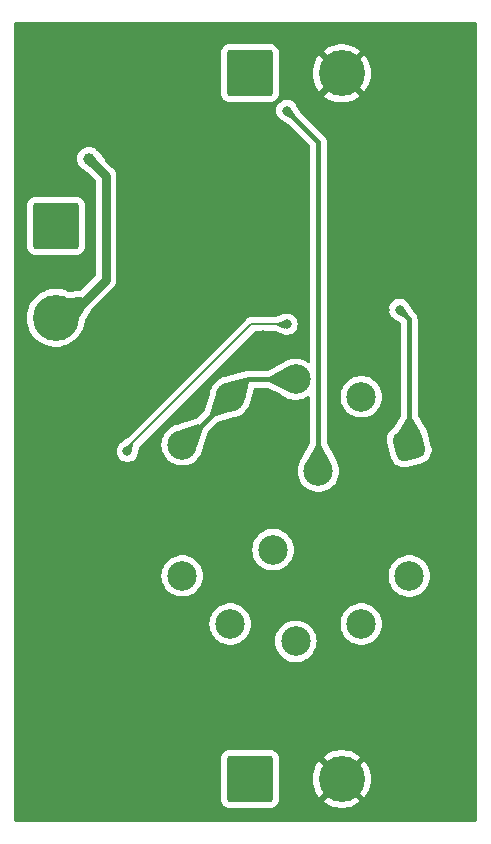
<source format=gbr>
%TF.GenerationSoftware,KiCad,Pcbnew,7.0.10*%
%TF.CreationDate,2024-06-24T21:04:25-04:00*%
%TF.ProjectId,nulldetector,6e756c6c-6465-4746-9563-746f722e6b69,rev?*%
%TF.SameCoordinates,Original*%
%TF.FileFunction,Copper,L2,Bot*%
%TF.FilePolarity,Positive*%
%FSLAX46Y46*%
G04 Gerber Fmt 4.6, Leading zero omitted, Abs format (unit mm)*
G04 Created by KiCad (PCBNEW 7.0.10) date 2024-06-24 21:04:25*
%MOMM*%
%LPD*%
G01*
G04 APERTURE LIST*
G04 Aperture macros list*
%AMRoundRect*
0 Rectangle with rounded corners*
0 $1 Rounding radius*
0 $2 $3 $4 $5 $6 $7 $8 $9 X,Y pos of 4 corners*
0 Add a 4 corners polygon primitive as box body*
4,1,4,$2,$3,$4,$5,$6,$7,$8,$9,$2,$3,0*
0 Add four circle primitives for the rounded corners*
1,1,$1+$1,$2,$3*
1,1,$1+$1,$4,$5*
1,1,$1+$1,$6,$7*
1,1,$1+$1,$8,$9*
0 Add four rect primitives between the rounded corners*
20,1,$1+$1,$2,$3,$4,$5,0*
20,1,$1+$1,$4,$5,$6,$7,0*
20,1,$1+$1,$6,$7,$8,$9,0*
20,1,$1+$1,$8,$9,$2,$3,0*%
G04 Aperture macros list end*
%TA.AperFunction,ComponentPad*%
%ADD10RoundRect,0.250002X-1.699998X-1.699998X1.699998X-1.699998X1.699998X1.699998X-1.699998X1.699998X0*%
%TD*%
%TA.AperFunction,ComponentPad*%
%ADD11C,3.900000*%
%TD*%
%TA.AperFunction,ComponentPad*%
%ADD12RoundRect,0.250002X-1.699998X1.699998X-1.699998X-1.699998X1.699998X-1.699998X1.699998X1.699998X0*%
%TD*%
%TA.AperFunction,ComponentPad*%
%ADD13RoundRect,0.625000X0.441942X0.765466X-0.765466X0.441942X-0.441942X-0.765466X0.765466X-0.441942X0*%
%TD*%
%TA.AperFunction,ComponentPad*%
%ADD14C,2.500000*%
%TD*%
%TA.AperFunction,ViaPad*%
%ADD15C,1.000000*%
%TD*%
%TA.AperFunction,ViaPad*%
%ADD16C,0.800000*%
%TD*%
%TA.AperFunction,Conductor*%
%ADD17C,0.750000*%
%TD*%
%TA.AperFunction,Conductor*%
%ADD18C,0.200000*%
%TD*%
%TA.AperFunction,Conductor*%
%ADD19C,0.400000*%
%TD*%
G04 APERTURE END LIST*
D10*
%TO.P,J2,1,Pin_1*%
%TO.N,/output*%
X145350000Y-85750000D03*
D11*
%TO.P,J2,2,Pin_2*%
%TO.N,GND*%
X153150000Y-85750000D03*
%TD*%
D10*
%TO.P,J1,1,Pin_1*%
%TO.N,/IN*%
X145350000Y-145500000D03*
D11*
%TO.P,J1,2,Pin_2*%
%TO.N,GND*%
X153150000Y-145500000D03*
%TD*%
D12*
%TO.P,BT1,1,+*%
%TO.N,+BATT*%
X128942000Y-98658000D03*
D11*
%TO.P,BT1,2,-*%
%TO.N,-BATT*%
X128942000Y-106458000D03*
%TD*%
D13*
%TO.P,SW1,1*%
%TO.N,Net-(R13-Pad1)*%
X158861914Y-117203253D03*
D14*
%TO.P,SW1,2*%
%TO.N,Net-(R11-Pad1)*%
X154800788Y-113135753D03*
%TO.P,SW1,3*%
%TO.N,Net-(R10-Pad1)*%
X149247667Y-111652464D03*
%TO.P,SW1,4*%
X143703253Y-113138086D03*
%TO.P,SW1,5*%
X139635753Y-117199212D03*
%TO.P,SW1,6*%
%TO.N,/IN*%
X139638086Y-128296747D03*
%TO.P,SW1,7*%
X143699212Y-132364247D03*
%TO.P,SW1,8*%
%TO.N,Net-(R1-Pad2)*%
X149252333Y-133847536D03*
%TO.P,SW1,9*%
%TO.N,Net-(R2-Pad2)*%
X154796747Y-132361914D03*
%TO.P,SW1,10*%
%TO.N,Net-(R3-Pad2)*%
X158864247Y-128300788D03*
%TO.P,SW1,11,A*%
%TO.N,/output*%
X151173330Y-119418694D03*
%TO.P,SW1,12,B*%
%TO.N,Net-(SW1B-B)*%
X147326670Y-126081306D03*
%TD*%
D15*
%TO.N,-BATT*%
X131750000Y-93000000D03*
%TO.N,GND*%
X138000000Y-108000000D03*
D16*
X155750000Y-109750000D03*
D15*
X142500000Y-108000000D03*
D16*
X163750000Y-82250000D03*
X163750000Y-124500000D03*
X136750000Y-82250000D03*
X163750000Y-148250000D03*
X126250000Y-132750000D03*
X163750000Y-139250000D03*
X131750000Y-102500000D03*
X136750000Y-89000000D03*
X144250000Y-127750000D03*
X136500000Y-148250000D03*
D15*
X156750000Y-105750000D03*
D16*
X147000000Y-94500000D03*
X135000000Y-93250000D03*
X126250000Y-117750000D03*
X156750000Y-122750000D03*
X126250000Y-148250000D03*
D15*
X146500000Y-108000000D03*
D16*
X126250000Y-82250000D03*
X141750000Y-97750000D03*
X160250000Y-109750000D03*
X163750000Y-102500000D03*
X139000000Y-132750000D03*
%TO.N,/amp+*%
X148500000Y-107000000D03*
X135000000Y-117750000D03*
%TO.N,/output*%
X148500000Y-88900000D03*
%TO.N,Net-(R13-Pad1)*%
X158050003Y-105750000D03*
%TD*%
D17*
%TO.N,-BATT*%
X133175000Y-103236701D02*
X129953701Y-106458000D01*
X129953701Y-106458000D02*
X128942000Y-106458000D01*
X131750000Y-93000000D02*
X133175000Y-94425000D01*
X133175000Y-94425000D02*
X133175000Y-103236701D01*
D18*
%TO.N,/amp+*%
X135000000Y-117750000D02*
X135000000Y-117500000D01*
X148500000Y-107000000D02*
X145500000Y-107000000D01*
X135000000Y-117500000D02*
X145500000Y-107000000D01*
D19*
%TO.N,/output*%
X151173330Y-91573330D02*
X148500000Y-88900000D01*
X151173330Y-119418694D02*
X151173330Y-91573330D01*
%TO.N,Net-(R10-Pad1)*%
X143703253Y-113138086D02*
X145188875Y-111652464D01*
X143696879Y-113138086D02*
X143703253Y-113138086D01*
X145188875Y-111652464D02*
X149247667Y-111652464D01*
X139635753Y-117199212D02*
X143696879Y-113138086D01*
%TO.N,Net-(R13-Pad1)*%
X158050003Y-105750000D02*
X158861914Y-106561911D01*
X158861914Y-106561911D02*
X158861914Y-117203253D01*
%TD*%
%TA.AperFunction,Conductor*%
%TO.N,GND*%
G36*
X164542539Y-81420185D02*
G01*
X164588294Y-81472989D01*
X164599500Y-81524500D01*
X164599500Y-148975500D01*
X164579815Y-149042539D01*
X164527011Y-149088294D01*
X164475500Y-149099500D01*
X125524500Y-149099500D01*
X125457461Y-149079815D01*
X125411706Y-149027011D01*
X125400500Y-148975500D01*
X125400500Y-147249999D01*
X142899500Y-147249999D01*
X142899501Y-147250016D01*
X142910000Y-147352795D01*
X142910001Y-147352798D01*
X142965185Y-147519330D01*
X142965186Y-147519333D01*
X143057289Y-147668655D01*
X143181345Y-147792711D01*
X143330667Y-147884814D01*
X143497204Y-147939999D01*
X143599993Y-147950500D01*
X147100006Y-147950499D01*
X147202796Y-147939999D01*
X147369333Y-147884814D01*
X147518655Y-147792711D01*
X147642711Y-147668655D01*
X147734814Y-147519333D01*
X147789999Y-147352796D01*
X147800500Y-147250007D01*
X147800500Y-145500005D01*
X150695156Y-145500005D01*
X150714511Y-145807663D01*
X150714512Y-145807670D01*
X150772280Y-146110499D01*
X150867544Y-146403689D01*
X150867546Y-146403694D01*
X150998802Y-146682626D01*
X150998805Y-146682632D01*
X151163987Y-146942919D01*
X151163990Y-146942923D01*
X151249799Y-147046647D01*
X152103665Y-146192781D01*
X152242855Y-146367320D01*
X152412299Y-146515358D01*
X152459808Y-146543743D01*
X151600767Y-147402783D01*
X151600768Y-147402785D01*
X151834617Y-147572685D01*
X151834635Y-147572697D01*
X152104778Y-147721209D01*
X152104786Y-147721213D01*
X152391406Y-147834693D01*
X152690008Y-147911361D01*
X152690017Y-147911363D01*
X152995847Y-147949999D01*
X152995861Y-147950000D01*
X153304139Y-147950000D01*
X153304152Y-147949999D01*
X153609982Y-147911363D01*
X153609991Y-147911361D01*
X153908593Y-147834693D01*
X154195213Y-147721213D01*
X154195221Y-147721209D01*
X154465364Y-147572697D01*
X154465382Y-147572685D01*
X154699230Y-147402785D01*
X154699231Y-147402783D01*
X153840125Y-146543678D01*
X153975747Y-146445144D01*
X154131239Y-146282512D01*
X154192801Y-146189248D01*
X155050199Y-147046647D01*
X155136014Y-146942916D01*
X155301194Y-146682632D01*
X155301197Y-146682626D01*
X155432453Y-146403694D01*
X155432455Y-146403689D01*
X155527719Y-146110499D01*
X155585487Y-145807670D01*
X155585488Y-145807663D01*
X155604844Y-145500005D01*
X155604844Y-145499994D01*
X155585488Y-145192336D01*
X155585487Y-145192329D01*
X155527719Y-144889500D01*
X155432455Y-144596310D01*
X155432453Y-144596305D01*
X155301197Y-144317373D01*
X155301194Y-144317367D01*
X155136017Y-144057088D01*
X155050198Y-143953351D01*
X154196333Y-144807217D01*
X154057145Y-144632680D01*
X153887701Y-144484642D01*
X153840191Y-144456255D01*
X154699231Y-143597215D01*
X154699230Y-143597214D01*
X154465382Y-143427314D01*
X154465364Y-143427302D01*
X154195221Y-143278790D01*
X154195213Y-143278786D01*
X153908593Y-143165306D01*
X153609991Y-143088638D01*
X153609982Y-143088636D01*
X153304152Y-143050000D01*
X152995847Y-143050000D01*
X152690017Y-143088636D01*
X152690008Y-143088638D01*
X152391406Y-143165306D01*
X152104786Y-143278786D01*
X152104778Y-143278790D01*
X151834632Y-143427304D01*
X151834627Y-143427307D01*
X151600768Y-143597214D01*
X151600768Y-143597215D01*
X152459874Y-144456321D01*
X152324253Y-144554856D01*
X152168761Y-144717488D01*
X152107198Y-144810750D01*
X151249799Y-143953351D01*
X151163985Y-144057083D01*
X150998805Y-144317367D01*
X150998802Y-144317373D01*
X150867546Y-144596305D01*
X150867544Y-144596310D01*
X150772280Y-144889500D01*
X150714512Y-145192329D01*
X150714511Y-145192336D01*
X150695156Y-145499994D01*
X150695156Y-145500005D01*
X147800500Y-145500005D01*
X147800499Y-143749994D01*
X147789999Y-143647204D01*
X147734814Y-143480667D01*
X147642711Y-143331345D01*
X147518655Y-143207289D01*
X147369333Y-143115186D01*
X147202796Y-143060001D01*
X147202794Y-143060000D01*
X147100008Y-143049500D01*
X143600000Y-143049500D01*
X143599983Y-143049501D01*
X143497204Y-143060000D01*
X143497201Y-143060001D01*
X143330669Y-143115185D01*
X143330664Y-143115187D01*
X143181343Y-143207290D01*
X143057290Y-143331343D01*
X142965187Y-143480664D01*
X142965186Y-143480667D01*
X142910001Y-143647204D01*
X142910001Y-143647205D01*
X142910000Y-143647205D01*
X142899500Y-143749985D01*
X142899500Y-147249999D01*
X125400500Y-147249999D01*
X125400500Y-132364251D01*
X141943804Y-132364251D01*
X141963408Y-132625867D01*
X141963409Y-132625872D01*
X142021788Y-132881649D01*
X142021790Y-132881658D01*
X142021792Y-132881663D01*
X142117644Y-133125890D01*
X142248826Y-133353104D01*
X142380948Y-133518780D01*
X142412410Y-133558232D01*
X142593965Y-133726688D01*
X142604733Y-133736680D01*
X142821508Y-133884475D01*
X142821513Y-133884477D01*
X142821514Y-133884478D01*
X142821515Y-133884479D01*
X142947055Y-133944935D01*
X143057885Y-133998308D01*
X143057886Y-133998308D01*
X143057889Y-133998310D01*
X143308597Y-134075643D01*
X143568030Y-134114747D01*
X143830394Y-134114747D01*
X144089827Y-134075643D01*
X144340535Y-133998310D01*
X144576916Y-133884475D01*
X144631090Y-133847540D01*
X147496925Y-133847540D01*
X147516529Y-134109156D01*
X147516530Y-134109161D01*
X147574909Y-134364938D01*
X147574911Y-134364947D01*
X147574913Y-134364952D01*
X147670765Y-134609179D01*
X147801947Y-134836393D01*
X147934069Y-135002069D01*
X147965531Y-135041521D01*
X148147086Y-135209977D01*
X148157854Y-135219969D01*
X148374629Y-135367764D01*
X148374634Y-135367766D01*
X148374635Y-135367767D01*
X148374636Y-135367768D01*
X148500176Y-135428224D01*
X148611006Y-135481597D01*
X148611007Y-135481597D01*
X148611010Y-135481599D01*
X148861718Y-135558932D01*
X149121151Y-135598036D01*
X149383515Y-135598036D01*
X149642948Y-135558932D01*
X149893656Y-135481599D01*
X150130037Y-135367764D01*
X150346812Y-135219969D01*
X150539138Y-135041517D01*
X150702719Y-134836393D01*
X150833901Y-134609179D01*
X150929753Y-134364952D01*
X150988135Y-134109166D01*
X150990647Y-134075643D01*
X151007741Y-133847540D01*
X151007741Y-133847531D01*
X150988136Y-133585915D01*
X150988135Y-133585910D01*
X150988135Y-133585906D01*
X150929753Y-133330120D01*
X150833901Y-133085893D01*
X150702719Y-132858679D01*
X150539138Y-132653555D01*
X150539137Y-132653554D01*
X150539134Y-132653550D01*
X150346812Y-132475103D01*
X150180800Y-132361918D01*
X153041339Y-132361918D01*
X153060943Y-132623534D01*
X153060944Y-132623539D01*
X153060944Y-132623543D01*
X153060945Y-132623544D01*
X153067794Y-132653550D01*
X153119323Y-132879316D01*
X153119325Y-132879325D01*
X153119327Y-132879330D01*
X153215179Y-133123557D01*
X153346361Y-133350771D01*
X153348221Y-133353103D01*
X153509945Y-133555899D01*
X153691500Y-133724355D01*
X153702268Y-133734347D01*
X153919043Y-133882142D01*
X153919048Y-133882144D01*
X153919049Y-133882145D01*
X153919050Y-133882146D01*
X154044590Y-133942602D01*
X154155420Y-133995975D01*
X154155421Y-133995975D01*
X154155424Y-133995977D01*
X154406132Y-134073310D01*
X154665565Y-134112414D01*
X154927929Y-134112414D01*
X155187362Y-134073310D01*
X155438070Y-133995977D01*
X155669598Y-133884479D01*
X155674443Y-133882146D01*
X155674443Y-133882145D01*
X155674451Y-133882142D01*
X155891226Y-133734347D01*
X156051198Y-133585915D01*
X156083548Y-133555899D01*
X156083548Y-133555897D01*
X156083552Y-133555895D01*
X156247133Y-133350771D01*
X156378315Y-133123557D01*
X156474167Y-132879330D01*
X156532549Y-132623544D01*
X156552155Y-132361914D01*
X156549561Y-132327304D01*
X156532550Y-132100293D01*
X156532549Y-132100288D01*
X156532549Y-132100284D01*
X156474702Y-131846844D01*
X156474170Y-131844511D01*
X156474169Y-131844510D01*
X156474167Y-131844498D01*
X156378315Y-131600271D01*
X156247133Y-131373057D01*
X156083552Y-131167933D01*
X156083551Y-131167932D01*
X156083548Y-131167928D01*
X155891226Y-130989481D01*
X155674451Y-130841686D01*
X155674447Y-130841684D01*
X155674444Y-130841682D01*
X155674443Y-130841681D01*
X155438072Y-130727852D01*
X155438074Y-130727852D01*
X155187370Y-130650520D01*
X155187366Y-130650519D01*
X155187362Y-130650518D01*
X155062570Y-130631708D01*
X154927934Y-130611414D01*
X154927929Y-130611414D01*
X154665565Y-130611414D01*
X154665559Y-130611414D01*
X154503994Y-130635767D01*
X154406132Y-130650518D01*
X154406129Y-130650519D01*
X154406123Y-130650520D01*
X154155420Y-130727852D01*
X153919050Y-130841681D01*
X153919049Y-130841682D01*
X153919043Y-130841685D01*
X153919043Y-130841686D01*
X153915627Y-130844015D01*
X153702267Y-130989481D01*
X153509945Y-131167928D01*
X153346361Y-131373057D01*
X153215179Y-131600270D01*
X153119329Y-131844492D01*
X153119323Y-131844511D01*
X153060944Y-132100288D01*
X153060943Y-132100293D01*
X153041339Y-132361909D01*
X153041339Y-132361918D01*
X150180800Y-132361918D01*
X150130037Y-132327308D01*
X150130033Y-132327306D01*
X150130030Y-132327304D01*
X150130029Y-132327303D01*
X149893658Y-132213474D01*
X149893660Y-132213474D01*
X149642956Y-132136142D01*
X149642952Y-132136141D01*
X149642948Y-132136140D01*
X149518156Y-132117330D01*
X149383520Y-132097036D01*
X149383515Y-132097036D01*
X149121151Y-132097036D01*
X149121145Y-132097036D01*
X148959580Y-132121389D01*
X148861718Y-132136140D01*
X148861715Y-132136141D01*
X148861709Y-132136142D01*
X148611006Y-132213474D01*
X148374636Y-132327303D01*
X148374635Y-132327304D01*
X148157853Y-132475103D01*
X147965531Y-132653550D01*
X147801947Y-132858679D01*
X147670765Y-133085892D01*
X147574915Y-133330114D01*
X147574909Y-133330133D01*
X147516530Y-133585910D01*
X147516529Y-133585915D01*
X147496925Y-133847531D01*
X147496925Y-133847540D01*
X144631090Y-133847540D01*
X144793691Y-133736680D01*
X144942945Y-133598192D01*
X144986013Y-133558232D01*
X144986013Y-133558230D01*
X144986017Y-133558228D01*
X145149598Y-133353104D01*
X145280780Y-133125890D01*
X145376632Y-132881663D01*
X145435014Y-132625877D01*
X145454620Y-132364247D01*
X145454445Y-132361918D01*
X145435015Y-132102626D01*
X145435014Y-132102621D01*
X145435014Y-132102617D01*
X145376632Y-131846831D01*
X145280780Y-131602604D01*
X145149598Y-131375390D01*
X144986017Y-131170266D01*
X144986016Y-131170265D01*
X144986013Y-131170261D01*
X144793691Y-130991814D01*
X144790269Y-130989481D01*
X144576916Y-130844019D01*
X144576912Y-130844017D01*
X144576909Y-130844015D01*
X144576908Y-130844014D01*
X144340537Y-130730185D01*
X144340539Y-130730185D01*
X144089835Y-130652853D01*
X144089831Y-130652852D01*
X144089827Y-130652851D01*
X143965035Y-130634041D01*
X143830399Y-130613747D01*
X143830394Y-130613747D01*
X143568030Y-130613747D01*
X143568024Y-130613747D01*
X143406459Y-130638100D01*
X143308597Y-130652851D01*
X143308594Y-130652852D01*
X143308588Y-130652853D01*
X143057885Y-130730185D01*
X142821515Y-130844014D01*
X142821514Y-130844015D01*
X142604732Y-130991814D01*
X142412410Y-131170261D01*
X142248826Y-131375390D01*
X142117644Y-131602603D01*
X142021794Y-131846825D01*
X142021788Y-131846844D01*
X141963409Y-132102621D01*
X141963408Y-132102626D01*
X141943804Y-132364242D01*
X141943804Y-132364251D01*
X125400500Y-132364251D01*
X125400500Y-128296751D01*
X137882678Y-128296751D01*
X137902282Y-128558367D01*
X137902283Y-128558372D01*
X137960662Y-128814149D01*
X137960664Y-128814158D01*
X137960666Y-128814163D01*
X138056518Y-129058390D01*
X138187700Y-129285604D01*
X138190923Y-129289645D01*
X138351284Y-129490732D01*
X138532839Y-129659188D01*
X138543607Y-129669180D01*
X138760382Y-129816975D01*
X138760387Y-129816977D01*
X138760388Y-129816978D01*
X138760389Y-129816979D01*
X138885929Y-129877435D01*
X138996759Y-129930808D01*
X138996760Y-129930808D01*
X138996763Y-129930810D01*
X139247471Y-130008143D01*
X139506904Y-130047247D01*
X139769268Y-130047247D01*
X140028701Y-130008143D01*
X140279409Y-129930810D01*
X140466197Y-129840857D01*
X140515782Y-129816979D01*
X140515782Y-129816978D01*
X140515790Y-129816975D01*
X140732565Y-129669180D01*
X140924891Y-129490728D01*
X141088472Y-129285604D01*
X141219654Y-129058390D01*
X141315506Y-128814163D01*
X141373888Y-128558377D01*
X141393191Y-128300792D01*
X157108839Y-128300792D01*
X157128443Y-128562408D01*
X157128444Y-128562413D01*
X157186823Y-128818190D01*
X157186825Y-128818199D01*
X157186827Y-128818204D01*
X157282679Y-129062431D01*
X157413861Y-129289645D01*
X157545983Y-129455321D01*
X157577445Y-129494773D01*
X157759000Y-129663229D01*
X157769768Y-129673221D01*
X157986543Y-129821016D01*
X157986548Y-129821018D01*
X157986549Y-129821019D01*
X157986550Y-129821020D01*
X158112090Y-129881476D01*
X158222920Y-129934849D01*
X158222921Y-129934849D01*
X158222924Y-129934851D01*
X158473632Y-130012184D01*
X158733065Y-130051288D01*
X158995429Y-130051288D01*
X159254862Y-130012184D01*
X159505570Y-129934851D01*
X159741951Y-129821016D01*
X159958726Y-129673221D01*
X160151052Y-129494769D01*
X160314633Y-129289645D01*
X160445815Y-129062431D01*
X160541667Y-128818204D01*
X160600049Y-128562418D01*
X160619655Y-128300788D01*
X160619352Y-128296751D01*
X160600050Y-128039167D01*
X160600049Y-128039162D01*
X160600049Y-128039158D01*
X160541667Y-127783372D01*
X160445815Y-127539145D01*
X160314633Y-127311931D01*
X160151052Y-127106807D01*
X160151051Y-127106806D01*
X160151048Y-127106802D01*
X159958726Y-126928355D01*
X159952799Y-126924314D01*
X159741951Y-126780560D01*
X159741947Y-126780558D01*
X159741944Y-126780556D01*
X159741943Y-126780555D01*
X159505572Y-126666726D01*
X159505574Y-126666726D01*
X159254870Y-126589394D01*
X159254866Y-126589393D01*
X159254862Y-126589392D01*
X159130070Y-126570582D01*
X158995434Y-126550288D01*
X158995429Y-126550288D01*
X158733065Y-126550288D01*
X158733059Y-126550288D01*
X158571494Y-126574641D01*
X158473632Y-126589392D01*
X158473629Y-126589393D01*
X158473623Y-126589394D01*
X158222920Y-126666726D01*
X157986550Y-126780555D01*
X157986549Y-126780556D01*
X157769767Y-126928355D01*
X157577445Y-127106802D01*
X157413861Y-127311931D01*
X157282679Y-127539144D01*
X157186829Y-127783366D01*
X157186823Y-127783385D01*
X157128444Y-128039162D01*
X157128443Y-128039167D01*
X157108839Y-128300783D01*
X157108839Y-128300792D01*
X141393191Y-128300792D01*
X141393494Y-128296747D01*
X141374191Y-128039167D01*
X141373889Y-128035126D01*
X141373888Y-128035121D01*
X141373888Y-128035117D01*
X141315506Y-127779331D01*
X141219654Y-127535104D01*
X141088472Y-127307890D01*
X140924891Y-127102766D01*
X140924890Y-127102765D01*
X140924887Y-127102761D01*
X140732565Y-126924314D01*
X140515790Y-126776519D01*
X140515786Y-126776517D01*
X140515783Y-126776515D01*
X140515782Y-126776514D01*
X140279411Y-126662685D01*
X140279413Y-126662685D01*
X140028709Y-126585353D01*
X140028705Y-126585352D01*
X140028701Y-126585351D01*
X139903909Y-126566541D01*
X139769273Y-126546247D01*
X139769268Y-126546247D01*
X139506904Y-126546247D01*
X139506898Y-126546247D01*
X139345333Y-126570600D01*
X139247471Y-126585351D01*
X139247468Y-126585352D01*
X139247462Y-126585353D01*
X138996759Y-126662685D01*
X138760389Y-126776514D01*
X138760388Y-126776515D01*
X138543606Y-126924314D01*
X138351284Y-127102761D01*
X138187700Y-127307890D01*
X138056518Y-127535103D01*
X137960668Y-127779325D01*
X137960662Y-127779344D01*
X137902283Y-128035121D01*
X137902282Y-128035126D01*
X137882678Y-128296742D01*
X137882678Y-128296751D01*
X125400500Y-128296751D01*
X125400500Y-126081310D01*
X145571262Y-126081310D01*
X145590866Y-126342926D01*
X145590867Y-126342931D01*
X145649246Y-126598708D01*
X145649248Y-126598717D01*
X145649250Y-126598722D01*
X145745102Y-126842949D01*
X145876284Y-127070163D01*
X145905503Y-127106802D01*
X146039868Y-127275291D01*
X146221423Y-127443747D01*
X146232191Y-127453739D01*
X146448966Y-127601534D01*
X146448971Y-127601536D01*
X146448972Y-127601537D01*
X146448973Y-127601538D01*
X146574513Y-127661994D01*
X146685343Y-127715367D01*
X146685344Y-127715367D01*
X146685347Y-127715369D01*
X146936055Y-127792702D01*
X147195488Y-127831806D01*
X147457852Y-127831806D01*
X147717285Y-127792702D01*
X147967993Y-127715369D01*
X148204374Y-127601534D01*
X148421149Y-127453739D01*
X148613475Y-127275287D01*
X148777056Y-127070163D01*
X148908238Y-126842949D01*
X149004090Y-126598722D01*
X149062472Y-126342936D01*
X149082078Y-126081306D01*
X149062472Y-125819676D01*
X149004090Y-125563890D01*
X148908238Y-125319663D01*
X148777056Y-125092449D01*
X148613475Y-124887325D01*
X148613474Y-124887324D01*
X148613471Y-124887320D01*
X148421149Y-124708873D01*
X148204374Y-124561078D01*
X148204370Y-124561076D01*
X148204367Y-124561074D01*
X148204366Y-124561073D01*
X147967995Y-124447244D01*
X147967997Y-124447244D01*
X147717293Y-124369912D01*
X147717289Y-124369911D01*
X147717285Y-124369910D01*
X147592493Y-124351100D01*
X147457857Y-124330806D01*
X147457852Y-124330806D01*
X147195488Y-124330806D01*
X147195482Y-124330806D01*
X147033917Y-124355159D01*
X146936055Y-124369910D01*
X146936052Y-124369911D01*
X146936046Y-124369912D01*
X146685343Y-124447244D01*
X146448973Y-124561073D01*
X146448972Y-124561074D01*
X146232190Y-124708873D01*
X146039868Y-124887320D01*
X145876284Y-125092449D01*
X145745102Y-125319662D01*
X145649252Y-125563884D01*
X145649246Y-125563903D01*
X145590867Y-125819680D01*
X145590866Y-125819685D01*
X145571262Y-126081301D01*
X145571262Y-126081310D01*
X125400500Y-126081310D01*
X125400500Y-117750000D01*
X134094540Y-117750000D01*
X134114326Y-117938256D01*
X134114327Y-117938259D01*
X134172818Y-118118277D01*
X134172821Y-118118284D01*
X134267467Y-118282216D01*
X134367395Y-118393197D01*
X134394129Y-118422888D01*
X134547265Y-118534148D01*
X134547270Y-118534151D01*
X134720192Y-118611142D01*
X134720197Y-118611144D01*
X134905354Y-118650500D01*
X134905355Y-118650500D01*
X135094644Y-118650500D01*
X135094646Y-118650500D01*
X135279803Y-118611144D01*
X135452730Y-118534151D01*
X135605871Y-118422888D01*
X135732533Y-118282216D01*
X135827179Y-118118284D01*
X135885674Y-117938256D01*
X135896639Y-117833916D01*
X135900655Y-117813079D01*
X135902381Y-117806987D01*
X135952517Y-117432712D01*
X135980928Y-117368880D01*
X135987726Y-117361507D01*
X136150017Y-117199216D01*
X137880345Y-117199216D01*
X137899949Y-117460832D01*
X137899950Y-117460837D01*
X137958329Y-117716614D01*
X137958331Y-117716623D01*
X137958333Y-117716628D01*
X138054185Y-117960855D01*
X138185367Y-118188069D01*
X138317489Y-118353745D01*
X138348951Y-118393197D01*
X138500862Y-118534148D01*
X138541274Y-118571645D01*
X138758049Y-118719440D01*
X138758054Y-118719442D01*
X138758055Y-118719443D01*
X138758056Y-118719444D01*
X138819300Y-118748937D01*
X138994426Y-118833273D01*
X138994427Y-118833273D01*
X138994430Y-118833275D01*
X139245138Y-118910608D01*
X139504571Y-118949712D01*
X139766935Y-118949712D01*
X140026368Y-118910608D01*
X140277076Y-118833275D01*
X140513457Y-118719440D01*
X140730232Y-118571645D01*
X140922558Y-118393193D01*
X141086139Y-118188069D01*
X141217321Y-117960855D01*
X141313173Y-117716628D01*
X141371555Y-117460842D01*
X141374036Y-117427737D01*
X141379238Y-117400323D01*
X141385000Y-117381715D01*
X141798042Y-116047809D01*
X141828809Y-115996811D01*
X142495586Y-115330033D01*
X142547550Y-115298971D01*
X143981838Y-114867638D01*
X143999062Y-114863771D01*
X144093868Y-114849482D01*
X144344576Y-114772149D01*
X144580957Y-114658314D01*
X144797732Y-114510519D01*
X144990058Y-114332067D01*
X145153639Y-114126943D01*
X145284821Y-113899729D01*
X145380673Y-113655502D01*
X145439055Y-113399716D01*
X145441789Y-113363216D01*
X145445721Y-113340194D01*
X145604055Y-112753441D01*
X145687381Y-112444658D01*
X145723852Y-112385062D01*
X145786753Y-112354645D01*
X145807099Y-112352964D01*
X146833183Y-112352964D01*
X146890737Y-112367130D01*
X147973002Y-112934265D01*
X148170848Y-113037941D01*
X148183144Y-113045320D01*
X148369963Y-113172692D01*
X148369965Y-113172693D01*
X148369970Y-113172696D01*
X148495510Y-113233152D01*
X148606340Y-113286525D01*
X148606341Y-113286525D01*
X148606344Y-113286527D01*
X148857052Y-113363860D01*
X149116485Y-113402964D01*
X149378849Y-113402964D01*
X149638282Y-113363860D01*
X149888990Y-113286527D01*
X150125371Y-113172692D01*
X150278978Y-113067963D01*
X150345457Y-113046463D01*
X150413007Y-113064317D01*
X150460182Y-113115857D01*
X150472830Y-113170417D01*
X150472830Y-117021020D01*
X150458258Y-117079342D01*
X149775188Y-118360982D01*
X149762709Y-118379970D01*
X149722942Y-118429838D01*
X149591762Y-118657050D01*
X149495912Y-118901272D01*
X149495906Y-118901291D01*
X149437527Y-119157068D01*
X149437526Y-119157073D01*
X149417922Y-119418689D01*
X149417922Y-119418698D01*
X149437526Y-119680314D01*
X149437527Y-119680319D01*
X149495906Y-119936096D01*
X149495908Y-119936105D01*
X149495910Y-119936110D01*
X149591762Y-120180337D01*
X149722944Y-120407551D01*
X149855066Y-120573227D01*
X149886528Y-120612679D01*
X150068083Y-120781135D01*
X150078851Y-120791127D01*
X150295626Y-120938922D01*
X150295631Y-120938924D01*
X150295632Y-120938925D01*
X150295633Y-120938926D01*
X150421173Y-120999382D01*
X150532003Y-121052755D01*
X150532004Y-121052755D01*
X150532007Y-121052757D01*
X150782715Y-121130090D01*
X151042148Y-121169194D01*
X151304512Y-121169194D01*
X151563945Y-121130090D01*
X151814653Y-121052757D01*
X152051034Y-120938922D01*
X152267809Y-120791127D01*
X152460135Y-120612675D01*
X152623716Y-120407551D01*
X152754898Y-120180337D01*
X152850750Y-119936110D01*
X152909132Y-119680324D01*
X152928738Y-119418694D01*
X152909132Y-119157064D01*
X152850750Y-118901278D01*
X152754898Y-118657051D01*
X152623716Y-118429837D01*
X152583944Y-118379965D01*
X152571463Y-118360974D01*
X151888401Y-117079343D01*
X151873830Y-117021022D01*
X151873830Y-116707516D01*
X156967109Y-116707516D01*
X156977337Y-116922215D01*
X156985998Y-116964447D01*
X156987054Y-116969593D01*
X157355068Y-118343039D01*
X157355071Y-118343048D01*
X157355074Y-118343059D01*
X157370340Y-118388926D01*
X157370342Y-118388931D01*
X157468832Y-118579974D01*
X157468834Y-118579977D01*
X157468835Y-118579978D01*
X157601704Y-118748935D01*
X157764149Y-118889695D01*
X157764152Y-118889697D01*
X157764155Y-118889699D01*
X157868100Y-118949711D01*
X157950295Y-118997166D01*
X158153419Y-119067468D01*
X158366175Y-119098058D01*
X158580876Y-119087830D01*
X158628254Y-119078113D01*
X160001700Y-118710099D01*
X160047588Y-118694826D01*
X160238639Y-118596332D01*
X160407596Y-118463463D01*
X160548356Y-118301018D01*
X160655827Y-118114872D01*
X160726129Y-117911748D01*
X160756719Y-117698992D01*
X160746491Y-117484291D01*
X160736774Y-117436913D01*
X160368760Y-116063467D01*
X160353487Y-116017579D01*
X160353485Y-116017574D01*
X160254995Y-115826531D01*
X160239615Y-115806974D01*
X160235655Y-115801938D01*
X160222697Y-115780676D01*
X160222500Y-115780784D01*
X160220373Y-115776889D01*
X160213393Y-115766027D01*
X159744137Y-115035763D01*
X159582095Y-114783590D01*
X159562414Y-114716556D01*
X159562414Y-106586831D01*
X159562640Y-106579343D01*
X159566272Y-106519305D01*
X159555428Y-106460132D01*
X159554301Y-106452726D01*
X159549715Y-106414956D01*
X159547054Y-106393039D01*
X159543462Y-106383567D01*
X159537435Y-106361945D01*
X159535609Y-106351982D01*
X159535607Y-106351974D01*
X159510923Y-106297132D01*
X159508068Y-106290242D01*
X159486732Y-106233981D01*
X159480976Y-106225642D01*
X159469948Y-106206088D01*
X159465795Y-106196860D01*
X159465792Y-106196856D01*
X159465792Y-106196855D01*
X159428702Y-106149514D01*
X159424266Y-106143485D01*
X159406866Y-106118277D01*
X159390097Y-106093982D01*
X159345059Y-106054082D01*
X159339621Y-106048962D01*
X159181869Y-105891210D01*
X159162504Y-105866116D01*
X158861078Y-105350571D01*
X158851145Y-105334295D01*
X158851143Y-105334293D01*
X158848483Y-105330636D01*
X158841373Y-105319694D01*
X158815645Y-105275132D01*
X158782536Y-105217784D01*
X158655874Y-105077112D01*
X158655873Y-105077111D01*
X158502737Y-104965851D01*
X158502732Y-104965848D01*
X158329810Y-104888857D01*
X158329805Y-104888855D01*
X158184004Y-104857865D01*
X158144649Y-104849500D01*
X157955357Y-104849500D01*
X157922900Y-104856398D01*
X157770200Y-104888855D01*
X157770195Y-104888857D01*
X157597273Y-104965848D01*
X157597268Y-104965851D01*
X157444132Y-105077111D01*
X157317469Y-105217785D01*
X157222824Y-105381715D01*
X157222821Y-105381722D01*
X157164330Y-105561740D01*
X157164329Y-105561744D01*
X157144543Y-105750000D01*
X157164329Y-105938256D01*
X157164330Y-105938259D01*
X157222821Y-106118277D01*
X157222824Y-106118284D01*
X157317470Y-106282216D01*
X157422118Y-106398439D01*
X157444132Y-106422888D01*
X157597271Y-106534150D01*
X157597272Y-106534150D01*
X157597273Y-106534151D01*
X157627048Y-106547408D01*
X157646482Y-106559211D01*
X157646920Y-106558573D01*
X157650572Y-106561074D01*
X157722650Y-106603216D01*
X158100001Y-106823843D01*
X158147939Y-106874673D01*
X158161414Y-106930889D01*
X158161414Y-114721108D01*
X158142665Y-114786668D01*
X157532631Y-115766027D01*
X157489445Y-115805852D01*
X157490167Y-115806974D01*
X157485192Y-115810171D01*
X157316232Y-115943042D01*
X157316231Y-115943044D01*
X157175476Y-116105483D01*
X157175467Y-116105494D01*
X157068002Y-116291631D01*
X156997699Y-116494756D01*
X156967109Y-116707516D01*
X151873830Y-116707516D01*
X151873830Y-113135757D01*
X153045380Y-113135757D01*
X153064984Y-113397373D01*
X153064985Y-113397378D01*
X153064985Y-113397382D01*
X153064986Y-113397383D01*
X153065519Y-113399718D01*
X153123364Y-113653155D01*
X153123366Y-113653164D01*
X153123368Y-113653169D01*
X153219220Y-113897396D01*
X153350402Y-114124610D01*
X153352262Y-114126942D01*
X153513986Y-114329738D01*
X153695541Y-114498194D01*
X153706309Y-114508186D01*
X153923084Y-114655981D01*
X153923089Y-114655983D01*
X153923090Y-114655984D01*
X153923091Y-114655985D01*
X154048631Y-114716441D01*
X154159461Y-114769814D01*
X154159462Y-114769814D01*
X154159465Y-114769816D01*
X154410173Y-114847149D01*
X154669606Y-114886253D01*
X154931970Y-114886253D01*
X155191403Y-114847149D01*
X155442111Y-114769816D01*
X155673639Y-114658318D01*
X155678484Y-114655985D01*
X155678484Y-114655984D01*
X155678492Y-114655981D01*
X155895267Y-114508186D01*
X156044521Y-114369698D01*
X156087589Y-114329738D01*
X156087589Y-114329736D01*
X156087593Y-114329734D01*
X156251174Y-114124610D01*
X156382356Y-113897396D01*
X156478208Y-113653169D01*
X156536590Y-113397383D01*
X156539102Y-113363860D01*
X156556196Y-113135757D01*
X156556196Y-113135748D01*
X156536591Y-112874132D01*
X156536590Y-112874127D01*
X156536590Y-112874123D01*
X156478743Y-112620683D01*
X156478211Y-112618350D01*
X156478210Y-112618349D01*
X156478208Y-112618337D01*
X156382356Y-112374110D01*
X156251174Y-112146896D01*
X156087593Y-111941772D01*
X156087592Y-111941771D01*
X156087589Y-111941767D01*
X155895267Y-111763320D01*
X155678492Y-111615525D01*
X155678488Y-111615523D01*
X155678485Y-111615521D01*
X155678484Y-111615520D01*
X155442113Y-111501691D01*
X155442115Y-111501691D01*
X155191411Y-111424359D01*
X155191407Y-111424358D01*
X155191403Y-111424357D01*
X155066611Y-111405547D01*
X154931975Y-111385253D01*
X154931970Y-111385253D01*
X154669606Y-111385253D01*
X154669600Y-111385253D01*
X154508035Y-111409606D01*
X154410173Y-111424357D01*
X154410170Y-111424358D01*
X154410164Y-111424359D01*
X154159461Y-111501691D01*
X153923091Y-111615520D01*
X153923090Y-111615521D01*
X153923084Y-111615524D01*
X153923084Y-111615525D01*
X153919668Y-111617854D01*
X153706308Y-111763320D01*
X153513986Y-111941767D01*
X153350402Y-112146896D01*
X153219220Y-112374109D01*
X153123370Y-112618331D01*
X153123364Y-112618350D01*
X153064985Y-112874127D01*
X153064984Y-112874132D01*
X153045380Y-113135748D01*
X153045380Y-113135757D01*
X151873830Y-113135757D01*
X151873830Y-91598250D01*
X151874056Y-91590762D01*
X151877688Y-91530724D01*
X151866844Y-91471551D01*
X151865717Y-91464145D01*
X151865458Y-91462019D01*
X151858470Y-91404458D01*
X151854878Y-91394986D01*
X151848851Y-91373364D01*
X151847025Y-91363401D01*
X151847023Y-91363393D01*
X151822339Y-91308551D01*
X151819484Y-91301661D01*
X151798148Y-91245400D01*
X151792392Y-91237061D01*
X151781364Y-91217507D01*
X151777211Y-91208279D01*
X151777208Y-91208275D01*
X151777208Y-91208274D01*
X151740118Y-91160933D01*
X151735682Y-91154904D01*
X151701513Y-91105401D01*
X151656475Y-91065501D01*
X151651037Y-91060381D01*
X149631865Y-89041209D01*
X149612500Y-89016115D01*
X149311075Y-88500571D01*
X149301142Y-88484295D01*
X149301140Y-88484293D01*
X149298480Y-88480636D01*
X149291370Y-88469694D01*
X149279148Y-88448525D01*
X149232533Y-88367784D01*
X149105871Y-88227112D01*
X149069243Y-88200500D01*
X148952734Y-88115851D01*
X148952729Y-88115848D01*
X148779807Y-88038857D01*
X148779802Y-88038855D01*
X148634001Y-88007865D01*
X148594646Y-87999500D01*
X148405354Y-87999500D01*
X148372897Y-88006398D01*
X148220197Y-88038855D01*
X148220192Y-88038857D01*
X148047270Y-88115848D01*
X148047265Y-88115851D01*
X147894129Y-88227111D01*
X147767466Y-88367785D01*
X147672821Y-88531715D01*
X147672818Y-88531722D01*
X147614327Y-88711740D01*
X147614326Y-88711744D01*
X147594540Y-88900000D01*
X147614326Y-89088256D01*
X147614327Y-89088259D01*
X147672818Y-89268277D01*
X147672821Y-89268284D01*
X147767467Y-89432216D01*
X147894129Y-89572888D01*
X148047268Y-89684150D01*
X148047269Y-89684150D01*
X148047270Y-89684151D01*
X148077045Y-89697408D01*
X148096479Y-89709211D01*
X148096917Y-89708573D01*
X148100569Y-89711074D01*
X148616116Y-90012501D01*
X148641210Y-90031866D01*
X150436511Y-91827167D01*
X150469996Y-91888490D01*
X150472830Y-91914848D01*
X150472830Y-110134510D01*
X150453145Y-110201549D01*
X150400341Y-110247304D01*
X150331183Y-110257248D01*
X150278979Y-110236964D01*
X150125371Y-110132236D01*
X150125363Y-110132231D01*
X149888992Y-110018402D01*
X149888994Y-110018402D01*
X149638290Y-109941070D01*
X149638286Y-109941069D01*
X149638282Y-109941068D01*
X149513490Y-109922258D01*
X149378854Y-109901964D01*
X149378849Y-109901964D01*
X149116485Y-109901964D01*
X149116479Y-109901964D01*
X148954914Y-109926317D01*
X148857052Y-109941068D01*
X148857049Y-109941069D01*
X148857043Y-109941070D01*
X148606340Y-110018402D01*
X148369970Y-110132231D01*
X148369962Y-110132236D01*
X148183157Y-110259596D01*
X148170862Y-110266975D01*
X146890736Y-110937797D01*
X146833180Y-110951964D01*
X145341782Y-110951964D01*
X145331121Y-110951505D01*
X145325430Y-110951014D01*
X145325429Y-110951014D01*
X145324464Y-110951120D01*
X145323649Y-110951211D01*
X145310009Y-110951964D01*
X145213796Y-110951964D01*
X145206308Y-110951738D01*
X145146271Y-110948106D01*
X145146263Y-110948106D01*
X145087102Y-110958947D01*
X145079702Y-110960074D01*
X145020003Y-110967324D01*
X145019996Y-110967325D01*
X145010522Y-110970918D01*
X144988924Y-110976939D01*
X144978944Y-110978768D01*
X144924102Y-111003451D01*
X144917184Y-111006316D01*
X144860947Y-111027645D01*
X144860941Y-111027648D01*
X144852597Y-111033407D01*
X144833062Y-111044425D01*
X144823820Y-111048585D01*
X144823815Y-111048587D01*
X144823250Y-111049031D01*
X144822336Y-111049482D01*
X144817404Y-111052464D01*
X144817149Y-111052043D01*
X144777833Y-111071461D01*
X143538089Y-111392037D01*
X143525528Y-111394601D01*
X143473007Y-111402517D01*
X143312638Y-111426690D01*
X143312636Y-111426690D01*
X143312633Y-111426691D01*
X143061926Y-111504024D01*
X142825556Y-111617853D01*
X142825555Y-111617854D01*
X142608773Y-111765653D01*
X142416451Y-111944100D01*
X142252867Y-112149229D01*
X142121685Y-112376442D01*
X142025835Y-112620664D01*
X142025829Y-112620683D01*
X141967450Y-112876460D01*
X141967449Y-112876464D01*
X141965192Y-112906588D01*
X141959908Y-112934265D01*
X141537907Y-114286351D01*
X141507219Y-114337088D01*
X140839542Y-115004764D01*
X140787794Y-115035763D01*
X139352516Y-115470326D01*
X139335066Y-115474260D01*
X139245138Y-115487816D01*
X139245137Y-115487816D01*
X139245132Y-115487817D01*
X138994426Y-115565150D01*
X138758056Y-115678979D01*
X138758055Y-115678980D01*
X138541273Y-115826779D01*
X138348951Y-116005226D01*
X138185367Y-116210355D01*
X138054185Y-116437568D01*
X137958335Y-116681790D01*
X137958329Y-116681809D01*
X137899950Y-116937586D01*
X137899949Y-116937591D01*
X137880345Y-117199207D01*
X137880345Y-117199216D01*
X136150017Y-117199216D01*
X145712416Y-107636819D01*
X145773739Y-107603334D01*
X145800097Y-107600500D01*
X147562102Y-107600500D01*
X147609794Y-107610038D01*
X148141706Y-107831668D01*
X148191856Y-107849482D01*
X148197956Y-107851649D01*
X148206890Y-107855219D01*
X148220195Y-107861143D01*
X148220199Y-107861145D01*
X148298331Y-107877751D01*
X148405354Y-107900500D01*
X148405355Y-107900500D01*
X148594644Y-107900500D01*
X148594646Y-107900500D01*
X148779803Y-107861144D01*
X148952730Y-107784151D01*
X149105871Y-107672888D01*
X149232533Y-107532216D01*
X149327179Y-107368284D01*
X149385674Y-107188256D01*
X149405460Y-107000000D01*
X149385674Y-106811744D01*
X149327179Y-106631716D01*
X149232533Y-106467784D01*
X149105871Y-106327112D01*
X149105870Y-106327111D01*
X148952734Y-106215851D01*
X148952729Y-106215848D01*
X148779807Y-106138857D01*
X148779802Y-106138855D01*
X148634001Y-106107865D01*
X148594646Y-106099500D01*
X148405354Y-106099500D01*
X148365999Y-106107865D01*
X148220198Y-106138855D01*
X148220193Y-106138857D01*
X148180321Y-106156609D01*
X148160809Y-106163412D01*
X148141703Y-106168331D01*
X147609792Y-106389962D01*
X147562100Y-106399500D01*
X145547487Y-106399500D01*
X145531302Y-106398439D01*
X145500000Y-106394318D01*
X145460639Y-106399500D01*
X145343239Y-106414955D01*
X145343237Y-106414956D01*
X145197157Y-106475464D01*
X145071718Y-106571716D01*
X145052489Y-106596775D01*
X145041798Y-106608965D01*
X135041108Y-116609655D01*
X135025814Y-116622652D01*
X134907779Y-116707516D01*
X134558382Y-116958721D01*
X134548020Y-116965415D01*
X134547276Y-116965844D01*
X134433455Y-117048538D01*
X134433172Y-117048743D01*
X134432722Y-117049068D01*
X134432418Y-117049292D01*
X134394129Y-117077111D01*
X134354403Y-117121230D01*
X134350931Y-117124931D01*
X134334083Y-117142167D01*
X134329619Y-117147967D01*
X134329241Y-117147676D01*
X134323086Y-117156012D01*
X134267466Y-117217784D01*
X134267465Y-117217785D01*
X134172821Y-117381715D01*
X134172818Y-117381722D01*
X134147111Y-117460842D01*
X134114326Y-117561744D01*
X134094540Y-117750000D01*
X125400500Y-117750000D01*
X125400500Y-106458005D01*
X126486655Y-106458005D01*
X126506014Y-106765725D01*
X126506015Y-106765732D01*
X126563795Y-107068623D01*
X126659078Y-107361874D01*
X126659080Y-107361879D01*
X126790362Y-107640867D01*
X126790366Y-107640873D01*
X126955577Y-107901206D01*
X126955579Y-107901209D01*
X126955584Y-107901216D01*
X127152131Y-108138799D01*
X127152132Y-108138800D01*
X127376902Y-108349874D01*
X127376912Y-108349882D01*
X127626348Y-108531108D01*
X127626353Y-108531110D01*
X127626360Y-108531116D01*
X127896565Y-108679663D01*
X127896570Y-108679665D01*
X127896572Y-108679666D01*
X127896573Y-108679667D01*
X128183253Y-108793171D01*
X128183256Y-108793172D01*
X128481910Y-108869853D01*
X128481914Y-108869854D01*
X128546091Y-108877961D01*
X128787816Y-108908499D01*
X128787825Y-108908499D01*
X128787828Y-108908500D01*
X128787830Y-108908500D01*
X129096170Y-108908500D01*
X129096172Y-108908500D01*
X129096175Y-108908499D01*
X129096183Y-108908499D01*
X129278722Y-108885438D01*
X129402086Y-108869854D01*
X129700743Y-108793172D01*
X129700746Y-108793171D01*
X129987426Y-108679667D01*
X129987427Y-108679666D01*
X129987425Y-108679666D01*
X129987435Y-108679663D01*
X130257640Y-108531116D01*
X130507096Y-108349876D01*
X130731869Y-108138799D01*
X130928416Y-107901216D01*
X131093635Y-107640871D01*
X131224922Y-107361873D01*
X131320206Y-107068619D01*
X131377984Y-106765736D01*
X131384287Y-106665538D01*
X131404439Y-106605189D01*
X132088704Y-105564760D01*
X132104616Y-105545227D01*
X133765360Y-103884483D01*
X133772740Y-103877680D01*
X133814357Y-103842332D01*
X133863841Y-103777234D01*
X133865863Y-103774650D01*
X133917030Y-103710998D01*
X133917109Y-103710839D01*
X133929489Y-103690878D01*
X133929602Y-103690730D01*
X133963905Y-103616584D01*
X133965331Y-103613604D01*
X134001641Y-103540394D01*
X134001685Y-103540215D01*
X134009484Y-103518064D01*
X134009562Y-103517898D01*
X134027127Y-103438098D01*
X134027894Y-103434826D01*
X134047599Y-103355593D01*
X134047600Y-103355590D01*
X134047604Y-103355416D01*
X134050461Y-103332092D01*
X134050500Y-103331917D01*
X134050500Y-103250237D01*
X134050545Y-103246879D01*
X134052757Y-103165228D01*
X134052720Y-103165035D01*
X134050500Y-103141676D01*
X134050500Y-94465617D01*
X134050909Y-94455552D01*
X134055339Y-94401152D01*
X134044309Y-94320201D01*
X134043901Y-94316866D01*
X134035073Y-94235684D01*
X134035014Y-94235509D01*
X134029656Y-94212649D01*
X134029631Y-94212463D01*
X134001462Y-94135790D01*
X134000346Y-94132620D01*
X133974269Y-94055223D01*
X133974266Y-94055218D01*
X133974172Y-94055061D01*
X133964025Y-94033887D01*
X133963960Y-94033710D01*
X133919959Y-93964871D01*
X133918188Y-93962016D01*
X133876091Y-93892049D01*
X133876090Y-93892048D01*
X133876089Y-93892046D01*
X133875955Y-93891904D01*
X133861504Y-93873419D01*
X133861400Y-93873256D01*
X133803658Y-93815514D01*
X133801316Y-93813109D01*
X133800939Y-93812711D01*
X133745129Y-93753793D01*
X133744970Y-93753685D01*
X133726877Y-93738733D01*
X133130354Y-93142210D01*
X133117755Y-93126868D01*
X133117666Y-93126938D01*
X133115043Y-93123565D01*
X133114976Y-93123484D01*
X133114954Y-93123451D01*
X133114949Y-93123444D01*
X133114947Y-93123441D01*
X132595458Y-92455528D01*
X132589520Y-92446381D01*
X132589297Y-92446531D01*
X132585911Y-92441464D01*
X132585910Y-92441462D01*
X132560347Y-92410313D01*
X132558324Y-92407782D01*
X132552839Y-92400730D01*
X132510691Y-92346540D01*
X132510673Y-92346518D01*
X132491189Y-92322973D01*
X132490236Y-92321890D01*
X132490232Y-92321886D01*
X132484006Y-92315913D01*
X132473995Y-92305095D01*
X132460883Y-92289117D01*
X132377208Y-92220447D01*
X132308539Y-92164090D01*
X132308532Y-92164086D01*
X132134733Y-92071188D01*
X132134727Y-92071186D01*
X131946132Y-92013976D01*
X131946129Y-92013975D01*
X131750000Y-91994659D01*
X131553870Y-92013975D01*
X131365266Y-92071188D01*
X131191467Y-92164086D01*
X131191460Y-92164090D01*
X131039116Y-92289116D01*
X130914090Y-92441460D01*
X130914086Y-92441467D01*
X130821188Y-92615266D01*
X130763975Y-92803870D01*
X130744659Y-93000000D01*
X130763975Y-93196129D01*
X130821188Y-93384733D01*
X130914086Y-93558532D01*
X130914090Y-93558539D01*
X131039115Y-93710882D01*
X131065438Y-93732484D01*
X131073052Y-93738733D01*
X131078580Y-93743269D01*
X131089192Y-93753067D01*
X131096540Y-93760691D01*
X131151435Y-93803387D01*
X131157782Y-93808324D01*
X131160313Y-93810347D01*
X131191462Y-93835910D01*
X131191464Y-93835911D01*
X131196531Y-93839297D01*
X131196381Y-93839520D01*
X131205528Y-93845458D01*
X131873441Y-94364947D01*
X131873459Y-94364960D01*
X131873474Y-94364972D01*
X131879167Y-94369198D01*
X131892938Y-94381082D01*
X132263181Y-94751325D01*
X132296666Y-94812648D01*
X132299500Y-94839006D01*
X132299500Y-102822694D01*
X132279815Y-102889733D01*
X132263181Y-102910375D01*
X130986095Y-104187460D01*
X130924772Y-104220945D01*
X130901212Y-104223747D01*
X130031737Y-104243371D01*
X129983292Y-104234695D01*
X129700746Y-104122828D01*
X129700743Y-104122827D01*
X129402089Y-104046146D01*
X129402076Y-104046144D01*
X129096183Y-104007500D01*
X129096172Y-104007500D01*
X128787828Y-104007500D01*
X128787816Y-104007500D01*
X128481923Y-104046144D01*
X128481910Y-104046146D01*
X128183256Y-104122827D01*
X128183253Y-104122828D01*
X127896573Y-104236332D01*
X127896572Y-104236333D01*
X127626360Y-104384884D01*
X127626348Y-104384891D01*
X127376912Y-104566117D01*
X127376902Y-104566125D01*
X127152132Y-104777199D01*
X126955577Y-105014793D01*
X126790366Y-105275126D01*
X126790362Y-105275132D01*
X126659080Y-105554120D01*
X126659078Y-105554125D01*
X126563795Y-105847376D01*
X126506015Y-106150267D01*
X126506014Y-106150274D01*
X126486655Y-106457994D01*
X126486655Y-106458005D01*
X125400500Y-106458005D01*
X125400500Y-100407999D01*
X126491500Y-100407999D01*
X126491501Y-100408016D01*
X126502000Y-100510795D01*
X126502001Y-100510798D01*
X126557185Y-100677330D01*
X126557186Y-100677333D01*
X126649289Y-100826655D01*
X126773345Y-100950711D01*
X126922667Y-101042814D01*
X127089204Y-101097999D01*
X127191993Y-101108500D01*
X130692006Y-101108499D01*
X130794796Y-101097999D01*
X130961333Y-101042814D01*
X131110655Y-100950711D01*
X131234711Y-100826655D01*
X131326814Y-100677333D01*
X131381999Y-100510796D01*
X131392500Y-100408007D01*
X131392499Y-96907994D01*
X131381999Y-96805204D01*
X131326814Y-96638667D01*
X131234711Y-96489345D01*
X131110655Y-96365289D01*
X130961333Y-96273186D01*
X130794796Y-96218001D01*
X130794794Y-96218000D01*
X130692008Y-96207500D01*
X127192000Y-96207500D01*
X127191983Y-96207501D01*
X127089204Y-96218000D01*
X127089201Y-96218001D01*
X126922669Y-96273185D01*
X126922664Y-96273187D01*
X126773343Y-96365290D01*
X126649290Y-96489343D01*
X126557187Y-96638664D01*
X126557186Y-96638667D01*
X126502001Y-96805204D01*
X126502001Y-96805205D01*
X126502000Y-96805205D01*
X126491500Y-96907985D01*
X126491500Y-100407999D01*
X125400500Y-100407999D01*
X125400500Y-87499999D01*
X142899500Y-87499999D01*
X142899501Y-87500016D01*
X142910000Y-87602795D01*
X142910001Y-87602798D01*
X142965185Y-87769330D01*
X142965186Y-87769333D01*
X143057289Y-87918655D01*
X143181345Y-88042711D01*
X143330667Y-88134814D01*
X143497204Y-88189999D01*
X143599993Y-88200500D01*
X147100006Y-88200499D01*
X147202796Y-88189999D01*
X147369333Y-88134814D01*
X147518655Y-88042711D01*
X147642711Y-87918655D01*
X147734814Y-87769333D01*
X147789999Y-87602796D01*
X147800500Y-87500007D01*
X147800500Y-85750005D01*
X150695156Y-85750005D01*
X150714511Y-86057663D01*
X150714512Y-86057670D01*
X150772280Y-86360499D01*
X150867544Y-86653689D01*
X150867546Y-86653694D01*
X150998802Y-86932626D01*
X150998805Y-86932632D01*
X151163987Y-87192919D01*
X151163990Y-87192923D01*
X151249799Y-87296647D01*
X152103665Y-86442781D01*
X152242855Y-86617320D01*
X152412299Y-86765358D01*
X152459808Y-86793743D01*
X151600767Y-87652783D01*
X151600768Y-87652785D01*
X151834617Y-87822685D01*
X151834635Y-87822697D01*
X152104778Y-87971209D01*
X152104786Y-87971213D01*
X152391406Y-88084693D01*
X152690008Y-88161361D01*
X152690017Y-88161363D01*
X152995847Y-88199999D01*
X152995861Y-88200000D01*
X153304139Y-88200000D01*
X153304152Y-88199999D01*
X153609982Y-88161363D01*
X153609991Y-88161361D01*
X153908593Y-88084693D01*
X154195213Y-87971213D01*
X154195221Y-87971209D01*
X154465364Y-87822697D01*
X154465382Y-87822685D01*
X154699230Y-87652785D01*
X154699231Y-87652783D01*
X153840125Y-86793678D01*
X153975747Y-86695144D01*
X154131239Y-86532512D01*
X154192801Y-86439248D01*
X155050199Y-87296647D01*
X155136014Y-87192916D01*
X155301194Y-86932632D01*
X155301197Y-86932626D01*
X155432453Y-86653694D01*
X155432455Y-86653689D01*
X155527719Y-86360499D01*
X155585487Y-86057670D01*
X155585488Y-86057663D01*
X155604844Y-85750005D01*
X155604844Y-85749994D01*
X155585488Y-85442336D01*
X155585487Y-85442329D01*
X155527719Y-85139500D01*
X155432455Y-84846310D01*
X155432453Y-84846305D01*
X155301197Y-84567373D01*
X155301194Y-84567367D01*
X155136017Y-84307088D01*
X155050198Y-84203351D01*
X154196333Y-85057217D01*
X154057145Y-84882680D01*
X153887701Y-84734642D01*
X153840191Y-84706255D01*
X154699231Y-83847215D01*
X154699230Y-83847214D01*
X154465382Y-83677314D01*
X154465364Y-83677302D01*
X154195221Y-83528790D01*
X154195213Y-83528786D01*
X153908593Y-83415306D01*
X153609991Y-83338638D01*
X153609982Y-83338636D01*
X153304152Y-83300000D01*
X152995847Y-83300000D01*
X152690017Y-83338636D01*
X152690008Y-83338638D01*
X152391406Y-83415306D01*
X152104786Y-83528786D01*
X152104778Y-83528790D01*
X151834632Y-83677304D01*
X151834627Y-83677307D01*
X151600768Y-83847214D01*
X151600768Y-83847215D01*
X152459874Y-84706321D01*
X152324253Y-84804856D01*
X152168761Y-84967488D01*
X152107198Y-85060750D01*
X151249799Y-84203351D01*
X151163985Y-84307083D01*
X150998805Y-84567367D01*
X150998802Y-84567373D01*
X150867546Y-84846305D01*
X150867544Y-84846310D01*
X150772280Y-85139500D01*
X150714512Y-85442329D01*
X150714511Y-85442336D01*
X150695156Y-85749994D01*
X150695156Y-85750005D01*
X147800500Y-85750005D01*
X147800499Y-83999994D01*
X147789999Y-83897204D01*
X147734814Y-83730667D01*
X147642711Y-83581345D01*
X147518655Y-83457289D01*
X147369333Y-83365186D01*
X147202796Y-83310001D01*
X147202794Y-83310000D01*
X147100008Y-83299500D01*
X143600000Y-83299500D01*
X143599983Y-83299501D01*
X143497204Y-83310000D01*
X143497201Y-83310001D01*
X143330669Y-83365185D01*
X143330664Y-83365187D01*
X143181343Y-83457290D01*
X143057290Y-83581343D01*
X142965187Y-83730664D01*
X142965186Y-83730667D01*
X142910001Y-83897204D01*
X142910001Y-83897205D01*
X142910000Y-83897205D01*
X142899500Y-83999985D01*
X142899500Y-87499999D01*
X125400500Y-87499999D01*
X125400500Y-81524500D01*
X125420185Y-81457461D01*
X125472989Y-81411706D01*
X125524500Y-81400500D01*
X164475500Y-81400500D01*
X164542539Y-81420185D01*
G37*
%TD.AperFunction*%
%TD*%
%TA.AperFunction,Conductor*%
%TO.N,Net-(R10-Pad1)*%
G36*
X141077422Y-115479815D02*
G01*
X141080174Y-115481858D01*
X141353071Y-115754755D01*
X141356498Y-115763028D01*
X141355974Y-115766489D01*
X140853611Y-117388851D01*
X140847891Y-117395740D01*
X140840548Y-117396937D01*
X139643480Y-117201297D01*
X139635868Y-117196580D01*
X139633793Y-117191465D01*
X139454029Y-115978187D01*
X139456207Y-115969503D01*
X139462212Y-115965276D01*
X141068513Y-115478933D01*
X141077422Y-115479815D01*
G37*
%TD.AperFunction*%
%TD*%
%TA.AperFunction,Conductor*%
%TO.N,Net-(R10-Pad1)*%
G36*
X145317841Y-111457492D02*
G01*
X145323229Y-111464644D01*
X145323602Y-111467573D01*
X145323602Y-111850913D01*
X145323198Y-111853961D01*
X144911954Y-113377946D01*
X144906490Y-113385041D01*
X144898280Y-113386354D01*
X143710565Y-113139811D01*
X143703161Y-113134774D01*
X143701315Y-113129649D01*
X143566622Y-111917154D01*
X143569114Y-111908555D01*
X143575320Y-111904537D01*
X145308974Y-111456246D01*
X145317841Y-111457492D01*
G37*
%TD.AperFunction*%
%TD*%
%TA.AperFunction,Conductor*%
%TO.N,Net-(R13-Pad1)*%
G36*
X158419095Y-105600821D02*
G01*
X158424693Y-105605715D01*
X158752553Y-106166470D01*
X158753771Y-106175340D01*
X158750726Y-106180647D01*
X158480650Y-106450723D01*
X158472377Y-106454150D01*
X158466473Y-106452550D01*
X157990507Y-106174264D01*
X157905718Y-106124690D01*
X157900305Y-106117556D01*
X157900802Y-106110140D01*
X158047440Y-105753802D01*
X158053756Y-105747457D01*
X158410143Y-105600800D01*
X158419095Y-105600821D01*
G37*
%TD.AperFunction*%
%TD*%
%TA.AperFunction,Conductor*%
%TO.N,Net-(R10-Pad1)*%
G36*
X148530247Y-110660662D02*
G01*
X149243695Y-111645600D01*
X149245773Y-111654311D01*
X149243695Y-111659328D01*
X148530247Y-112644265D01*
X148522619Y-112648954D01*
X148515341Y-112647764D01*
X147003936Y-111855749D01*
X146998199Y-111848874D01*
X146997667Y-111845386D01*
X146997667Y-111459541D01*
X147001094Y-111451268D01*
X147003931Y-111449181D01*
X148515342Y-110657162D01*
X148524260Y-110656358D01*
X148530247Y-110660662D01*
G37*
%TD.AperFunction*%
%TD*%
%TA.AperFunction,Conductor*%
%TO.N,/amp+*%
G36*
X148351428Y-106641244D02*
G01*
X148499123Y-106995498D01*
X148499144Y-107004452D01*
X148499123Y-107004502D01*
X148351428Y-107358755D01*
X148345081Y-107365073D01*
X148336129Y-107365053D01*
X147707200Y-107102999D01*
X147700881Y-107096654D01*
X147700000Y-107092199D01*
X147700000Y-106907800D01*
X147703427Y-106899527D01*
X147707200Y-106897000D01*
X148336131Y-106634945D01*
X148345084Y-106634927D01*
X148351428Y-106641244D01*
G37*
%TD.AperFunction*%
%TD*%
%TA.AperFunction,Conductor*%
%TO.N,/amp+*%
G36*
X135344275Y-117028364D02*
G01*
X135474574Y-117158663D01*
X135478001Y-117166936D01*
X135477897Y-117168489D01*
X135401356Y-117739871D01*
X135396861Y-117747616D01*
X135389781Y-117750018D01*
X135004168Y-117750698D01*
X134995889Y-117747286D01*
X134726842Y-117476891D01*
X134723437Y-117468611D01*
X134726885Y-117460346D01*
X134728303Y-117459143D01*
X135329174Y-117027136D01*
X135337890Y-117025090D01*
X135344275Y-117028364D01*
G37*
%TD.AperFunction*%
%TD*%
%TA.AperFunction,Conductor*%
%TO.N,-BATT*%
G36*
X131161132Y-104726937D02*
G01*
X131161321Y-104727122D01*
X131681375Y-105247176D01*
X131684802Y-105255449D01*
X131682877Y-105261878D01*
X130894301Y-106460912D01*
X130886892Y-106465941D01*
X130884481Y-106466183D01*
X128960787Y-106458782D01*
X128952527Y-106455323D01*
X128949132Y-106447037D01*
X128950527Y-106441540D01*
X129855704Y-104758900D01*
X129862642Y-104753239D01*
X129865742Y-104752747D01*
X131152786Y-104723698D01*
X131161132Y-104726937D01*
G37*
%TD.AperFunction*%
%TD*%
%TA.AperFunction,Conductor*%
%TO.N,/output*%
G36*
X148869092Y-88750821D02*
G01*
X148874690Y-88755715D01*
X149202550Y-89316470D01*
X149203768Y-89325340D01*
X149200723Y-89330647D01*
X148930647Y-89600723D01*
X148922374Y-89604150D01*
X148916470Y-89602550D01*
X148440504Y-89324264D01*
X148355715Y-89274690D01*
X148350302Y-89267556D01*
X148350799Y-89260140D01*
X148497437Y-88903802D01*
X148503753Y-88897457D01*
X148860140Y-88750800D01*
X148869092Y-88750821D01*
G37*
%TD.AperFunction*%
%TD*%
%TA.AperFunction,Conductor*%
%TO.N,-BATT*%
G36*
X132110728Y-92655813D02*
G01*
X132111673Y-92656887D01*
X132715929Y-93433788D01*
X132718304Y-93442422D01*
X132714967Y-93449244D01*
X132199244Y-93964967D01*
X132190971Y-93968394D01*
X132183788Y-93965929D01*
X131406887Y-93361673D01*
X131402460Y-93353889D01*
X131404835Y-93345255D01*
X131405767Y-93344194D01*
X131749293Y-92999293D01*
X132094183Y-92655778D01*
X132102461Y-92652370D01*
X132110728Y-92655813D01*
G37*
%TD.AperFunction*%
%TD*%
%TA.AperFunction,Conductor*%
%TO.N,Net-(R13-Pad1)*%
G36*
X159063798Y-114912585D02*
G01*
X159065368Y-114914533D01*
X159795106Y-116050161D01*
X159796695Y-116058974D01*
X159794321Y-116063892D01*
X158870144Y-117194187D01*
X158862254Y-117198423D01*
X158853680Y-117195839D01*
X158852769Y-117195010D01*
X157868414Y-116200065D01*
X157865031Y-116191773D01*
X157866799Y-116185651D01*
X158658479Y-114914671D01*
X158665762Y-114909462D01*
X158668410Y-114909158D01*
X159055525Y-114909158D01*
X159063798Y-114912585D01*
G37*
%TD.AperFunction*%
%TD*%
%TA.AperFunction,Conductor*%
%TO.N,Net-(R10-Pad1)*%
G36*
X142547563Y-112945955D02*
G01*
X143695532Y-113135983D01*
X143703133Y-113140715D01*
X143705197Y-113145831D01*
X143882878Y-114359105D01*
X143880686Y-114367787D01*
X143874670Y-114372004D01*
X142267018Y-114855473D01*
X142258109Y-114854574D01*
X142255376Y-114852542D01*
X141982482Y-114579648D01*
X141979055Y-114571375D01*
X141979586Y-114567889D01*
X142423427Y-113145831D01*
X142485810Y-112945954D01*
X142491546Y-112939079D01*
X142498890Y-112937898D01*
X142547563Y-112945955D01*
G37*
%TD.AperFunction*%
%TD*%
%TA.AperFunction,Conductor*%
%TO.N,/output*%
G36*
X151374581Y-117191111D02*
G01*
X151376633Y-117193881D01*
X152168555Y-118679765D01*
X152169422Y-118688678D01*
X152165134Y-118694714D01*
X151180234Y-119414647D01*
X151171533Y-119416762D01*
X151166426Y-119414647D01*
X150181525Y-118694714D01*
X150176868Y-118687065D01*
X150178103Y-118679767D01*
X150970027Y-117193880D01*
X150976942Y-117188192D01*
X150980352Y-117187684D01*
X151366308Y-117187684D01*
X151374581Y-117191111D01*
G37*
%TD.AperFunction*%
%TD*%
M02*

</source>
